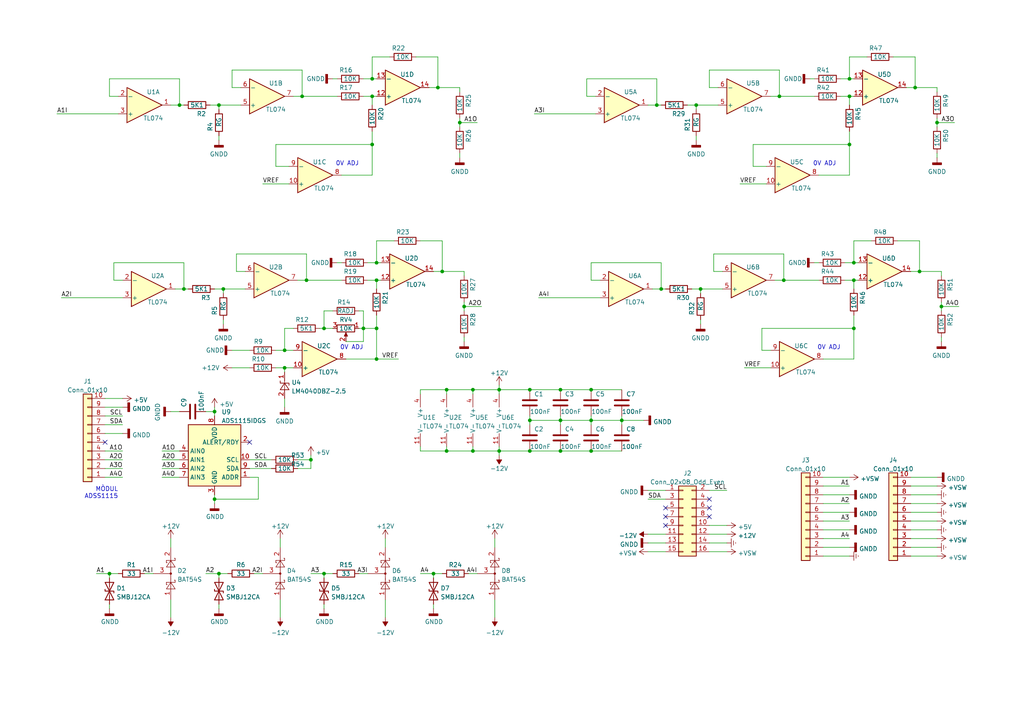
<source format=kicad_sch>
(kicad_sch (version 20211123) (generator eeschema)
  (paper "A4")
  (title_block (title "ain-4") (date "2023-04-06") (rev "1.1") (company "www.iotvertebrae.com") (comment 1 "Mechanical design: Xavier Pi") (comment 2 "Circuit & PCB design: Jordi Binefa"))
  (junction (at 271.78 35.56))
  (junction (at 162.56 121.92))
  (junction (at 129.54 130.81))
  (junction (at 82.55 101.6))
  (junction (at 87.63 27.94))
  (junction (at 93.98 166.37))
  (junction (at 107.95 27.94))
  (junction (at 127 25.4))
  (junction (at 153.67 121.92))
  (junction (at 53.34 83.82))
  (junction (at 134.62 88.9))
  (junction (at 162.56 130.81))
  (junction (at 171.45 113.03))
  (junction (at 125.73 166.37))
  (junction (at 52.07 30.48))
  (junction (at 109.22 81.28))
  (junction (at 64.77 83.82))
  (junction (at 162.56 113.03))
  (junction (at 227.33 81.28))
  (junction (at 246.38 22.86))
  (junction (at 62.23 119.38))
  (junction (at 137.16 130.81))
  (junction (at 105.41 95.25))
  (junction (at 226.06 27.94))
  (junction (at 31.75 166.37))
  (junction (at 265.43 25.4))
  (junction (at 246.38 27.94))
  (junction (at 273.05 88.9))
  (junction (at 109.22 76.2))
  (junction (at 107.95 41.91))
  (junction (at 129.54 113.03))
  (junction (at 153.67 130.81))
  (junction (at 62.23 144.78))
  (junction (at 109.22 95.25))
  (junction (at 128.27 78.74))
  (junction (at 133.35 35.56))
  (junction (at 191.77 83.82))
  (junction (at 180.34 121.92))
  (junction (at 109.22 104.14))
  (junction (at 107.95 22.86))
  (junction (at 190.5 30.48))
  (junction (at 171.45 130.81))
  (junction (at 201.93 30.48))
  (junction (at 137.16 113.03))
  (junction (at 90.17 133.35))
  (junction (at 88.9 81.28))
  (junction (at 203.2 83.82))
  (junction (at 144.78 113.03))
  (junction (at 63.5 30.48))
  (junction (at 82.55 106.68))
  (junction (at 266.7 78.74))
  (junction (at 247.65 76.2))
  (junction (at 171.45 121.92))
  (junction (at 247.65 95.25))
  (junction (at 153.67 113.03))
  (junction (at 63.5 166.37))
  (junction (at 144.78 130.81))
  (junction (at 93.98 95.25))
  (junction (at 247.65 81.28))
  (junction (at 246.38 41.91))
  (no_connect (at 205.74 144.78))
  (no_connect (at 205.74 147.32))
  (no_connect (at 193.04 147.32))
  (no_connect (at 193.04 149.86))
  (no_connect (at 193.04 152.4))
  (no_connect (at 205.74 149.86))
  (no_connect (at 72.39 128.27))
  (no_connect (at 30.48 128.27))
  (wire (pts (xy 106.68 81.28) (xy 109.22 81.28)))
  (wire (pts (xy 127 16.51) (xy 120.65 16.51)))
  (wire (pts (xy 271.78 25.4) (xy 271.78 26.67)))
  (wire (pts (xy 162.56 113.03) (xy 171.45 113.03)))
  (wire (pts (xy 35.56 81.28) (xy 33.02 81.28)))
  (wire (pts (xy 172.72 27.94) (xy 170.18 27.94)))
  (wire (pts (xy 238.76 151.13) (xy 246.38 151.13)))
  (wire (pts (xy 207.01 73.66) (xy 227.33 73.66)))
  (wire (pts (xy 62.23 118.11) (xy 62.23 119.38)))
  (wire (pts (xy 203.2 83.82) (xy 203.2 85.09)))
  (wire (pts (xy 162.56 120.65) (xy 162.56 121.92)))
  (wire (pts (xy 100.33 104.14) (xy 109.22 104.14)))
  (wire (pts (xy 107.95 27.94) (xy 109.22 27.94)))
  (wire (pts (xy 62.23 119.38) (xy 62.23 120.65)))
  (wire (pts (xy 82.55 115.57) (xy 82.55 118.11)))
  (wire (pts (xy 187.96 160.02) (xy 193.04 160.02)))
  (wire (pts (xy 143.51 173.99) (xy 143.51 179.07)))
  (wire (pts (xy 266.7 78.74) (xy 266.7 69.85)))
  (wire (pts (xy 93.98 166.37) (xy 93.98 167.64)))
  (wire (pts (xy 30.48 138.43) (xy 35.56 138.43)))
  (wire (pts (xy 238.76 153.67) (xy 246.38 153.67)))
  (wire (pts (xy 200.66 83.82) (xy 203.2 83.82)))
  (wire (pts (xy 31.75 27.94) (xy 31.75 22.86)))
  (wire (pts (xy 105.41 95.25) (xy 105.41 99.06)))
  (wire (pts (xy 63.5 30.48) (xy 69.85 30.48)))
  (wire (pts (xy 207.01 78.74) (xy 207.01 73.66)))
  (wire (pts (xy 238.76 146.05) (xy 246.38 146.05)))
  (wire (pts (xy 30.48 125.73) (xy 35.56 125.73)))
  (wire (pts (xy 264.16 156.21) (xy 271.78 156.21)))
  (wire (pts (xy 105.41 27.94) (xy 107.95 27.94)))
  (wire (pts (xy 205.74 154.94) (xy 210.82 154.94)))
  (wire (pts (xy 144.78 113.03) (xy 153.67 113.03)))
  (wire (pts (xy 265.43 25.4) (xy 271.78 25.4)))
  (wire (pts (xy 31.75 22.86) (xy 52.07 22.86)))
  (wire (pts (xy 109.22 81.28) (xy 109.22 83.82)))
  (wire (pts (xy 187.96 157.48) (xy 193.04 157.48)))
  (wire (pts (xy 153.67 121.92) (xy 162.56 121.92)))
  (wire (pts (xy 173.99 81.28) (xy 171.45 81.28)))
  (wire (pts (xy 271.78 35.56) (xy 271.78 36.83)))
  (wire (pts (xy 30.48 123.19) (xy 35.56 123.19)))
  (wire (pts (xy 52.07 30.48) (xy 49.53 30.48)))
  (wire (pts (xy 104.14 166.37) (xy 106.68 166.37)))
  (wire (pts (xy 74.93 144.78) (xy 62.23 144.78)))
  (wire (pts (xy 30.48 130.81) (xy 35.56 130.81)))
  (wire (pts (xy 109.22 104.14) (xy 109.22 95.25)))
  (wire (pts (xy 41.91 166.37) (xy 44.45 166.37)))
  (wire (pts (xy 49.53 119.38) (xy 52.07 119.38)))
  (wire (pts (xy 111.76 173.99) (xy 111.76 179.07)))
  (wire (pts (xy 30.48 133.35) (xy 35.56 133.35)))
  (wire (pts (xy 125.73 166.37) (xy 125.73 167.64)))
  (wire (pts (xy 105.41 90.17) (xy 105.41 95.25)))
  (wire (pts (xy 265.43 25.4) (xy 265.43 16.51)))
  (wire (pts (xy 82.55 106.68) (xy 82.55 107.95)))
  (wire (pts (xy 246.38 27.94) (xy 246.38 30.48)))
  (wire (pts (xy 187.96 142.24) (xy 193.04 142.24)))
  (wire (pts (xy 133.35 35.56) (xy 133.35 36.83)))
  (wire (pts (xy 247.65 91.44) (xy 247.65 95.25)))
  (wire (pts (xy 135.89 166.37) (xy 138.43 166.37)))
  (wire (pts (xy 266.7 78.74) (xy 273.05 78.74)))
  (wire (pts (xy 144.78 130.81) (xy 153.67 130.81)))
  (wire (pts (xy 72.39 133.35) (xy 78.74 133.35)))
  (wire (pts (xy 264.16 158.75) (xy 271.78 158.75)))
  (wire (pts (xy 205.74 157.48) (xy 210.82 157.48)))
  (wire (pts (xy 83.82 48.26) (xy 80.01 48.26)))
  (wire (pts (xy 144.78 111.76) (xy 144.78 113.03)))
  (wire (pts (xy 53.34 83.82) (xy 50.8 83.82)))
  (wire (pts (xy 72.39 135.89) (xy 78.74 135.89)))
  (wire (pts (xy 246.38 41.91) (xy 246.38 50.8)))
  (wire (pts (xy 125.73 78.74) (xy 128.27 78.74)))
  (wire (pts (xy 264.16 138.43) (xy 271.78 138.43)))
  (wire (pts (xy 82.55 101.6) (xy 82.55 95.25)))
  (wire (pts (xy 31.75 175.26) (xy 31.75 176.53)))
  (wire (pts (xy 156.21 86.36) (xy 173.99 86.36)))
  (wire (pts (xy 127 25.4) (xy 133.35 25.4)))
  (wire (pts (xy 107.95 22.86) (xy 109.22 22.86)))
  (wire (pts (xy 203.2 83.82) (xy 209.55 83.82)))
  (wire (pts (xy 137.16 130.81) (xy 137.16 129.54)))
  (wire (pts (xy 109.22 95.25) (xy 105.41 95.25)))
  (wire (pts (xy 105.41 22.86) (xy 107.95 22.86)))
  (wire (pts (xy 46.99 138.43) (xy 52.07 138.43)))
  (wire (pts (xy 109.22 76.2) (xy 109.22 69.85)))
  (wire (pts (xy 139.7 88.9) (xy 134.62 88.9)))
  (wire (pts (xy 137.16 113.03) (xy 129.54 113.03)))
  (wire (pts (xy 205.74 142.24) (xy 210.82 142.24)))
  (wire (pts (xy 264.16 146.05) (xy 271.78 146.05)))
  (wire (pts (xy 143.51 156.21) (xy 143.51 158.75)))
  (wire (pts (xy 74.93 138.43) (xy 74.93 144.78)))
  (wire (pts (xy 93.98 175.26) (xy 93.98 176.53)))
  (wire (pts (xy 205.74 160.02) (xy 210.82 160.02)))
  (wire (pts (xy 153.67 130.81) (xy 162.56 130.81)))
  (wire (pts (xy 208.28 25.4) (xy 205.74 25.4)))
  (wire (pts (xy 273.05 97.79) (xy 273.05 99.06)))
  (wire (pts (xy 107.95 22.86) (xy 107.95 16.51)))
  (wire (pts (xy 87.63 20.32) (xy 87.63 27.94)))
  (wire (pts (xy 199.39 30.48) (xy 201.93 30.48)))
  (wire (pts (xy 246.38 16.51) (xy 251.46 16.51)))
  (wire (pts (xy 144.78 113.03) (xy 137.16 113.03)))
  (wire (pts (xy 53.34 76.2) (xy 53.34 83.82)))
  (wire (pts (xy 264.16 153.67) (xy 271.78 153.67)))
  (wire (pts (xy 82.55 106.68) (xy 85.09 106.68)))
  (wire (pts (xy 153.67 120.65) (xy 153.67 121.92)))
  (wire (pts (xy 245.11 76.2) (xy 247.65 76.2)))
  (wire (pts (xy 124.46 25.4) (xy 127 25.4)))
  (wire (pts (xy 171.45 120.65) (xy 171.45 121.92)))
  (wire (pts (xy 62.23 143.51) (xy 62.23 144.78)))
  (wire (pts (xy 180.34 121.92) (xy 186.69 121.92)))
  (wire (pts (xy 33.02 76.2) (xy 53.34 76.2)))
  (wire (pts (xy 226.06 27.94) (xy 236.22 27.94)))
  (wire (pts (xy 226.06 27.94) (xy 223.52 27.94)))
  (wire (pts (xy 201.93 40.64) (xy 201.93 39.37)))
  (wire (pts (xy 238.76 143.51) (xy 246.38 143.51)))
  (wire (pts (xy 31.75 166.37) (xy 34.29 166.37)))
  (wire (pts (xy 243.84 27.94) (xy 246.38 27.94)))
  (wire (pts (xy 187.96 144.78) (xy 193.04 144.78)))
  (wire (pts (xy 69.85 25.4) (xy 67.31 25.4)))
  (wire (pts (xy 246.38 22.86) (xy 246.38 16.51)))
  (wire (pts (xy 265.43 16.51) (xy 259.08 16.51)))
  (wire (pts (xy 171.45 121.92) (xy 180.34 121.92)))
  (wire (pts (xy 109.22 76.2) (xy 110.49 76.2)))
  (wire (pts (xy 238.76 158.75) (xy 246.38 158.75)))
  (wire (pts (xy 245.11 81.28) (xy 247.65 81.28)))
  (wire (pts (xy 209.55 78.74) (xy 207.01 78.74)))
  (wire (pts (xy 238.76 138.43) (xy 246.38 138.43)))
  (wire (pts (xy 201.93 30.48) (xy 208.28 30.48)))
  (wire (pts (xy 154.94 33.02) (xy 172.72 33.02)))
  (wire (pts (xy 134.62 87.63) (xy 134.62 88.9)))
  (wire (pts (xy 162.56 121.92) (xy 162.56 123.19)))
  (wire (pts (xy 170.18 27.94) (xy 170.18 22.86)))
  (wire (pts (xy 264.16 151.13) (xy 271.78 151.13)))
  (wire (pts (xy 90.17 133.35) (xy 90.17 132.08)))
  (wire (pts (xy 129.54 130.81) (xy 137.16 130.81)))
  (wire (pts (xy 59.69 166.37) (xy 63.5 166.37)))
  (wire (pts (xy 205.74 25.4) (xy 205.74 20.32)))
  (wire (pts (xy 187.96 154.94) (xy 193.04 154.94)))
  (wire (pts (xy 273.05 88.9) (xy 273.05 90.17)))
  (wire (pts (xy 238.76 148.59) (xy 246.38 148.59)))
  (wire (pts (xy 264.16 161.29) (xy 271.78 161.29)))
  (wire (pts (xy 59.69 119.38) (xy 62.23 119.38)))
  (wire (pts (xy 144.78 129.54) (xy 144.78 130.81)))
  (wire (pts (xy 134.62 97.79) (xy 134.62 99.06)))
  (wire (pts (xy 264.16 148.59) (xy 271.78 148.59)))
  (wire (pts (xy 46.99 130.81) (xy 52.07 130.81)))
  (wire (pts (xy 271.78 34.29) (xy 271.78 35.56)))
  (wire (pts (xy 96.52 22.86) (xy 97.79 22.86)))
  (wire (pts (xy 90.17 135.89) (xy 90.17 133.35)))
  (wire (pts (xy 73.66 166.37) (xy 76.2 166.37)))
  (wire (pts (xy 247.65 69.85) (xy 252.73 69.85)))
  (wire (pts (xy 205.74 152.4) (xy 210.82 152.4)))
  (wire (pts (xy 72.39 138.43) (xy 74.93 138.43)))
  (wire (pts (xy 247.65 95.25) (xy 247.65 104.14)))
  (wire (pts (xy 222.25 48.26) (xy 218.44 48.26)))
  (wire (pts (xy 68.58 73.66) (xy 88.9 73.66)))
  (wire (pts (xy 109.22 69.85) (xy 114.3 69.85)))
  (wire (pts (xy 153.67 121.92) (xy 153.67 123.19)))
  (wire (pts (xy 264.16 140.97) (xy 271.78 140.97)))
  (wire (pts (xy 63.5 166.37) (xy 66.04 166.37)))
  (wire (pts (xy 76.2 53.34) (xy 83.82 53.34)))
  (wire (pts (xy 190.5 22.86) (xy 190.5 30.48)))
  (wire (pts (xy 273.05 78.74) (xy 273.05 80.01)))
  (wire (pts (xy 107.95 27.94) (xy 107.95 30.48)))
  (wire (pts (xy 246.38 27.94) (xy 247.65 27.94)))
  (wire (pts (xy 134.62 78.74) (xy 134.62 80.01)))
  (wire (pts (xy 16.51 33.02) (xy 34.29 33.02)))
  (wire (pts (xy 238.76 161.29) (xy 246.38 161.29)))
  (wire (pts (xy 162.56 130.81) (xy 171.45 130.81)))
  (wire (pts (xy 191.77 76.2) (xy 191.77 83.82)))
  (wire (pts (xy 81.28 156.21) (xy 81.28 158.75)))
  (wire (pts (xy 30.48 135.89) (xy 35.56 135.89)))
  (wire (pts (xy 104.14 90.17) (xy 105.41 90.17)))
  (wire (pts (xy 63.5 40.64) (xy 63.5 39.37)))
  (wire (pts (xy 100.33 99.06) (xy 105.41 99.06)))
  (wire (pts (xy 121.92 166.37) (xy 125.73 166.37)))
  (wire (pts (xy 191.77 83.82) (xy 193.04 83.82)))
  (wire (pts (xy 49.53 173.99) (xy 49.53 179.07)))
  (wire (pts (xy 90.17 166.37) (xy 93.98 166.37)))
  (wire (pts (xy 96.52 90.17) (xy 93.98 90.17)))
  (wire (pts (xy 243.84 22.86) (xy 246.38 22.86)))
  (wire (pts (xy 247.65 76.2) (xy 247.65 69.85)))
  (wire (pts (xy 99.06 50.8) (xy 107.95 50.8)))
  (wire (pts (xy 107.95 38.1) (xy 107.95 41.91)))
  (wire (pts (xy 128.27 78.74) (xy 128.27 69.85)))
  (wire (pts (xy 82.55 101.6) (xy 85.09 101.6)))
  (wire (pts (xy 64.77 83.82) (xy 71.12 83.82)))
  (wire (pts (xy 62.23 83.82) (xy 64.77 83.82)))
  (wire (pts (xy 144.78 113.03) (xy 144.78 114.3)))
  (wire (pts (xy 220.98 101.6) (xy 220.98 95.25)))
  (wire (pts (xy 49.53 156.21) (xy 49.53 158.75)))
  (wire (pts (xy 171.45 130.81) (xy 180.34 130.81)))
  (wire (pts (xy 133.35 25.4) (xy 133.35 26.67)))
  (wire (pts (xy 127 25.4) (xy 127 16.51)))
  (wire (pts (xy 271.78 44.45) (xy 271.78 45.72)))
  (wire (pts (xy 276.86 35.56) (xy 271.78 35.56)))
  (wire (pts (xy 144.78 130.81) (xy 137.16 130.81)))
  (wire (pts (xy 190.5 30.48) (xy 187.96 30.48)))
  (wire (pts (xy 53.34 83.82) (xy 54.61 83.82)))
  (wire (pts (xy 93.98 90.17) (xy 93.98 95.25)))
  (wire (pts (xy 214.63 53.34) (xy 222.25 53.34)))
  (wire (pts (xy 144.78 130.81) (xy 144.78 132.08)))
  (wire (pts (xy 86.36 133.35) (xy 90.17 133.35)))
  (wire (pts (xy 86.36 135.89) (xy 90.17 135.89)))
  (wire (pts (xy 203.2 93.98) (xy 203.2 92.71)))
  (wire (pts (xy 30.48 115.57) (xy 35.56 115.57)))
  (wire (pts (xy 34.29 27.94) (xy 31.75 27.94)))
  (wire (pts (xy 87.63 27.94) (xy 85.09 27.94)))
  (wire (pts (xy 218.44 41.91) (xy 246.38 41.91)))
  (wire (pts (xy 247.65 81.28) (xy 247.65 83.82)))
  (wire (pts (xy 137.16 113.03) (xy 137.16 114.3)))
  (wire (pts (xy 63.5 175.26) (xy 63.5 176.53)))
  (wire (pts (xy 171.45 121.92) (xy 171.45 123.19)))
  (wire (pts (xy 64.77 93.98) (xy 64.77 92.71)))
  (wire (pts (xy 205.74 20.32) (xy 226.06 20.32)))
  (wire (pts (xy 247.65 76.2) (xy 248.92 76.2)))
  (wire (pts (xy 191.77 83.82) (xy 189.23 83.82)))
  (wire (pts (xy 215.9 106.68) (xy 223.52 106.68)))
  (wire (pts (xy 201.93 30.48) (xy 201.93 31.75)))
  (wire (pts (xy 97.79 76.2) (xy 99.06 76.2)))
  (wire (pts (xy 153.67 113.03) (xy 162.56 113.03)))
  (wire (pts (xy 180.34 121.92) (xy 180.34 123.19)))
  (wire (pts (xy 60.96 30.48) (xy 63.5 30.48)))
  (wire (pts (xy 31.75 166.37) (xy 31.75 167.64)))
  (wire (pts (xy 67.31 101.6) (xy 72.39 101.6)))
  (wire (pts (xy 88.9 81.28) (xy 86.36 81.28)))
  (wire (pts (xy 133.35 44.45) (xy 133.35 45.72)))
  (wire (pts (xy 88.9 73.66) (xy 88.9 81.28)))
  (wire (pts (xy 227.33 81.28) (xy 237.49 81.28)))
  (wire (pts (xy 81.28 173.99) (xy 81.28 179.07)))
  (wire (pts (xy 262.89 25.4) (xy 265.43 25.4)))
  (wire (pts (xy 227.33 73.66) (xy 227.33 81.28)))
  (wire (pts (xy 105.41 95.25) (xy 104.14 95.25)))
  (wire (pts (xy 27.94 166.37) (xy 31.75 166.37)))
  (wire (pts (xy 226.06 20.32) (xy 226.06 27.94)))
  (wire (pts (xy 218.44 48.26) (xy 218.44 41.91)))
  (wire (pts (xy 220.98 95.25) (xy 247.65 95.25)))
  (wire (pts (xy 125.73 166.37) (xy 128.27 166.37)))
  (wire (pts (xy 236.22 76.2) (xy 237.49 76.2)))
  (wire (pts (xy 171.45 113.03) (xy 180.34 113.03)))
  (wire (pts (xy 88.9 81.28) (xy 99.06 81.28)))
  (wire (pts (xy 128.27 69.85) (xy 121.92 69.85)))
  (wire (pts (xy 246.38 22.86) (xy 247.65 22.86)))
  (wire (pts (xy 171.45 76.2) (xy 191.77 76.2)))
  (wire (pts (xy 138.43 35.56) (xy 133.35 35.56)))
  (wire (pts (xy 64.77 83.82) (xy 64.77 85.09)))
  (wire (pts (xy 227.33 81.28) (xy 224.79 81.28)))
  (wire (pts (xy 93.98 95.25) (xy 96.52 95.25)))
  (wire (pts (xy 237.49 50.8) (xy 246.38 50.8)))
  (wire (pts (xy 129.54 130.81) (xy 121.92 130.81)))
  (wire (pts (xy 30.48 118.11) (xy 35.56 118.11)))
  (wire (pts (xy 238.76 156.21) (xy 246.38 156.21)))
  (wire (pts (xy 190.5 30.48) (xy 191.77 30.48)))
  (wire (pts (xy 109.22 81.28) (xy 110.49 81.28)))
  (wire (pts (xy 87.63 27.94) (xy 97.79 27.94)))
  (wire (pts (xy 129.54 129.54) (xy 129.54 130.81)))
  (wire (pts (xy 71.12 78.74) (xy 68.58 78.74)))
  (wire (pts (xy 80.01 48.26) (xy 80.01 41.91)))
  (wire (pts (xy 170.18 22.86) (xy 190.5 22.86)))
  (wire (pts (xy 80.01 106.68) (xy 82.55 106.68)))
  (wire (pts (xy 67.31 20.32) (xy 87.63 20.32)))
  (wire (pts (xy 109.22 91.44) (xy 109.22 95.25)))
  (wire (pts (xy 234.95 22.86) (xy 236.22 22.86)))
  (wire (pts (xy 52.07 30.48) (xy 53.34 30.48)))
  (wire (pts (xy 264.16 143.51) (xy 271.78 143.51)))
  (wire (pts (xy 129.54 113.03) (xy 121.92 113.03)))
  (wire (pts (xy 62.23 144.78) (xy 62.23 146.05)))
  (wire (pts (xy 128.27 78.74) (xy 134.62 78.74)))
  (wire (pts (xy 247.65 81.28) (xy 248.92 81.28)))
  (wire (pts (xy 129.54 113.03) (xy 129.54 114.3)))
  (wire (pts (xy 67.31 106.68) (xy 72.39 106.68)))
  (wire (pts (xy 33.02 81.28) (xy 33.02 76.2)))
  (wire (pts (xy 30.48 120.65) (xy 35.56 120.65)))
  (wire (pts (xy 162.56 121.92) (xy 171.45 121.92)))
  (wire (pts (xy 80.01 41.91) (xy 107.95 41.91)))
  (wire (pts (xy 46.99 133.35) (xy 52.07 133.35)))
  (wire (pts (xy 180.34 120.65) (xy 180.34 121.92)))
  (wire (pts (xy 264.16 78.74) (xy 266.7 78.74)))
  (wire (pts (xy 46.99 135.89) (xy 52.07 135.89)))
  (wire (pts (xy 93.98 166.37) (xy 96.52 166.37)))
  (wire (pts (xy 63.5 30.48) (xy 63.5 31.75)))
  (wire (pts (xy 82.55 95.25) (xy 85.09 95.25)))
  (wire (pts (xy 52.07 22.86) (xy 52.07 30.48)))
  (wire (pts (xy 111.76 156.21) (xy 111.76 158.75)))
  (wire (pts (xy 238.76 140.97) (xy 246.38 140.97)))
  (wire (pts (xy 266.7 69.85) (xy 260.35 69.85)))
  (wire (pts (xy 109.22 104.14) (xy 115.57 104.14)))
  (wire (pts (xy 107.95 16.51) (xy 113.03 16.51)))
  (wire (pts (xy 107.95 41.91) (xy 107.95 50.8)))
  (wire (pts (xy 68.58 78.74) (xy 68.58 73.66)))
  (wire (pts (xy 121.92 113.03) (xy 121.92 114.3)))
  (wire (pts (xy 133.35 34.29) (xy 133.35 35.56)))
  (wire (pts (xy 171.45 81.28) (xy 171.45 76.2)))
  (wire (pts (xy 67.31 25.4) (xy 67.31 20.32)))
  (wire (pts (xy 80.01 101.6) (xy 82.55 101.6)))
  (wire (pts (xy 220.98 101.6) (xy 223.52 101.6)))
  (wire (pts (xy 17.78 86.36) (xy 35.56 86.36)))
  (wire (pts (xy 92.71 95.25) (xy 93.98 95.25)))
  (wire (pts (xy 246.38 38.1) (xy 246.38 41.91)))
  (wire (pts (xy 125.73 175.26) (xy 125.73 176.53)))
  (wire (pts (xy 121.92 130.81) (xy 121.92 129.54)))
  (wire (pts (xy 273.05 87.63) (xy 273.05 88.9)))
  (wire (pts (xy 63.5 166.37) (xy 63.5 167.64)))
  (wire (pts (xy 238.76 104.14) (xy 247.65 104.14)))
  (wire (pts (xy 278.13 88.9) (xy 273.05 88.9)))
  (wire (pts (xy 134.62 88.9) (xy 134.62 90.17)))
  (wire (pts (xy 106.68 76.2) (xy 109.22 76.2)))
  (text "0V ADJ" (at 243.84 101.6 180) (effects (font (size 1.27 1.27)) (justify right bottom)))
  (text "MÒDUL\nADSS1115" (at 34.29 144.78 180) (effects (font (size 1.27 1.27)) (justify right bottom)))
  (text "0V ADJ" (at 105.41 101.6 180) (effects (font (size 1.27 1.27)) (justify right bottom)))
  (text "0V ADJ" (at 104.14 48.26 180) (effects (font (size 1.27 1.27)) (justify right bottom)))
  (text "0V ADJ" (at 242.57 48.26 180) (effects (font (size 1.27 1.27)) (justify right bottom)))
  (label "A4O" (at 35.56 138.43 180))
  (label "A4O" (at 46.99 138.43 0))
  (label "A1" (at 246.38 140.97 180))
  (label "SDA" (at 77.47 135.89 180))
  (label "A4I" (at 156.21 86.36 0))
  (label "VREF" (at 115.57 104.14 180))
  (label "SCL" (at 77.47 133.35 180))
  (label "A2" (at 246.38 146.05 180))
  (label "A3I" (at 154.94 33.02 0))
  (label "A1I" (at 16.51 33.02 0))
  (label "A2" (at 59.69 166.37 0))
  (label "SCL" (at 35.56 120.65 180))
  (label "VREF" (at 214.63 53.34 0))
  (label "A2O" (at 139.7 88.9 180))
  (label "A1O" (at 35.56 130.81 180))
  (label "A3" (at 246.38 151.13 180))
  (label "A1I" (at 44.45 166.37 180))
  (label "A4I" (at 138.43 166.37 180))
  (label "A2O" (at 46.99 133.35 0))
  (label "A3O" (at 35.56 135.89 180))
  (label "A3O" (at 46.99 135.89 0))
  (label "VREF" (at 215.9 106.68 0))
  (label "A3" (at 90.17 166.37 0))
  (label "A3I" (at 106.68 166.37 180))
  (label "A4O" (at 278.13 88.9 180))
  (label "A1" (at 27.94 166.37 0))
  (label "A3O" (at 276.86 35.56 180))
  (label "SDA" (at 187.96 144.78 0))
  (label "A2I" (at 76.2 166.37 180))
  (label "A4" (at 246.38 156.21 180))
  (label "A1O" (at 46.99 130.81 0))
  (label "A2I" (at 17.78 86.36 0))
  (label "SDA" (at 35.56 123.19 180))
  (label "A1O" (at 138.43 35.56 180))
  (label "A2O" (at 35.56 133.35 180))
  (label "A4" (at 121.92 166.37 0))
  (label "SCL" (at 210.82 142.24 180))
  (label "VREF" (at 76.2 53.34 0))
  (symbol (lib_id "Device:R") (at 82.55 135.89 90) (unit 1)
    (property "Reference" "R54" (at 86.36 134.62 90))
    (property "Value" "10K" (at 82.55 135.89 90))
    (property "Footprint" "Resistor_SMD:R_0805_2012Metric_Pad1.20x1.40mm_HandSolder" (effects hide))
  )
  (symbol (lib_id "Device:R") (at 102.87 76.2 90) (unit 1)
    (property "Reference" "R18" (at 101.6 73.66 90))
    (property "Value" "10K" (at 102.87 76.2 90))
    (property "Footprint" "Resistor_SMD:R_0805_2012Metric_Pad1.20x1.40mm_HandSolder" (effects hide))
  )
  (symbol (lib_id "power:+5V") (at 90.17 132.08 0) (unit 1)
    (property "Reference" "#PWR066" (effects hide))
    (property "Value" "+5V" (at 91.567 131.2438 0) (effects (justify left)))
  )
  (symbol (lib_id "Device:R") (at 76.2 101.6 90) (unit 1)
    (property "Reference" "R9" (at 74.93 99.06 90))
    (property "Value" "10K" (at 76.2 101.6 90))
    (property "Footprint" "Resistor_SMD:R_0805_2012Metric_Pad1.20x1.40mm_HandSolder" (effects hide))
  )
  (symbol (lib_id "power:+VSW") (at 271.78 146.05 270) (unit 1)
    (property "Reference" "#PWR055" (effects hide))
    (property "Value" "+VSW" (at 274.955 146.4838 90) (effects (justify left)))
  )
  (symbol (lib_id "Device:R_Potentiometer") (at 100.33 95.25 270) (unit 1)
    (property "Reference" "RV4" (at 100.33 92.71 90))
    (property "Value" "10K" (at 100.33 95.25 90))
    (property "Footprint" "Potentiometer_THT:Potentiometer_Bourns_3296W_Vertical" (effects hide))
  )
  (symbol (lib_id "Device:R") (at 118.11 69.85 90) (unit 1)
    (property "Reference" "R23" (at 116.84 67.31 90))
    (property "Value" "10K" (at 118.11 69.85 90))
    (property "Footprint" "Resistor_SMD:R_0805_2012Metric_Pad1.20x1.40mm_HandSolder" (effects hide))
  )
  (symbol (lib_id "power:GNDD") (at 96.52 22.86 270) (unit 1)
    (property "Reference" "#PWR016" (effects hide))
    (property "Value" "GNDD" (at 88.9 22.86 90) (effects (justify left)))
  )
  (symbol (lib_id "Amplifier_Operational:TL074") (at 43.18 83.82 0) (mirror x) (unit 1)
    (property "Reference" "U2" (at 45.72 80.01 0))
    (property "Value" "TL074" (at 45.72 87.63 0))
    (property "Footprint" "Package_SO:SOIC-14_3.9x8.7mm_P1.27mm" (effects hide))
    (property "Datasheet" "http://www.ti.com/lit/ds/symlink/tl071.pdf" (effects hide))
  )
  (symbol (lib_id "Device:R") (at 63.5 35.56 0) (unit 1)
    (property "Reference" "R4" (at 60.96 38.1 90) (effects (justify left)))
    (property "Value" "RG" (at 63.5 36.83 90) (effects (justify left)))
    (property "Footprint" "Resistor_SMD:R_0805_2012Metric_Pad1.20x1.40mm_HandSolder" (effects hide))
  )
  (symbol (lib_id "power:+VSW") (at 271.78 140.97 270) (unit 1)
    (property "Reference" "#PWR053" (effects hide))
    (property "Value" "+VSW" (at 274.955 141.4038 90) (effects (justify left)))
  )
  (symbol (lib_id "Device:D_TVS") (at 125.73 171.45 90) (unit 1)
    (property "Reference" "D7" (at 127.762 170.6153 90) (effects (justify right)))
    (property "Value" "SMBJ12CA" (at 127.762 173.1522 90) (effects (justify right)))
    (property "Footprint" "Diode_SMD:D_SMB_Handsoldering" (effects hide))
  )
  (symbol (lib_id "power:Earth") (at 246.38 161.29 90) (unit 1)
    (property "Reference" "#PWR050" (effects hide))
    (property "Value" "Earth" (effects hide))
  )
  (symbol (lib_id "Device:R") (at 116.84 16.51 90) (unit 1)
    (property "Reference" "R22" (at 115.57 13.97 90))
    (property "Value" "10K" (at 116.84 16.51 90))
    (property "Footprint" "Resistor_SMD:R_0805_2012Metric_Pad1.20x1.40mm_HandSolder" (effects hide))
  )
  (symbol (lib_id "Device:R") (at 196.85 83.82 270) (unit 1)
    (property "Reference" "R30" (at 198.12 86.36 90))
    (property "Value" "5K1" (at 196.85 83.82 90))
    (property "Footprint" "Resistor_SMD:R_0805_2012Metric_Pad1.20x1.40mm_HandSolder" (effects hide))
  )
  (symbol (lib_id "Device:R") (at 133.35 30.48 0) (unit 1)
    (property "Reference" "R25" (at 135.89 29.21 90))
    (property "Value" "10K" (at 133.35 30.48 90))
    (property "Footprint" "Resistor_SMD:R_0805_2012Metric_Pad1.20x1.40mm_HandSolder" (effects hide))
  )
  (symbol (lib_id "Amplifier_Operational:TL074") (at 41.91 30.48 0) (mirror x) (unit 1)
    (property "Reference" "U1" (at 44.45 26.67 0))
    (property "Value" "TL074" (at 44.45 34.29 0))
    (property "Footprint" "Package_SO:SOIC-14_3.9x8.7mm_P1.27mm" (effects hide))
    (property "Datasheet" "http://www.ti.com/lit/ds/symlink/tl071.pdf" (effects hide))
  )
  (symbol (lib_id "power:GNDD") (at 273.05 99.06 0) (unit 1)
    (property "Reference" "#PWR062" (effects hide))
    (property "Value" "GNDD" (at 273.05 103.1224 0))
  )
  (symbol (lib_id "Device:D_TVS") (at 31.75 171.45 90) (unit 1)
    (property "Reference" "D1" (at 33.782 170.6153 90) (effects (justify right)))
    (property "Value" "SMBJ12CA" (at 33.782 173.1522 90) (effects (justify right)))
    (property "Footprint" "Diode_SMD:D_SMB_Handsoldering" (effects hide))
  )
  (symbol (lib_id "power:GNDD") (at 203.2 93.98 0) (unit 1)
    (property "Reference" "#PWR039" (effects hide))
    (property "Value" "GNDD" (at 203.2 98.0424 0))
  )
  (symbol (lib_id "Diode:BAT54S") (at 143.51 166.37 270) (mirror x) (unit 1)
    (property "Reference" "D8" (at 145.415 165.5353 90) (effects (justify left)))
    (property "Value" "BAT54S" (at 145.415 168.0722 90) (effects (justify left)))
    (property "Footprint" "Package_TO_SOT_SMD:SOT-23" (effects hide))
    (property "Datasheet" "https://www.diodes.com/assets/Datasheets/ds11005.pdf" (effects hide))
  )
  (symbol (lib_id "Diode:BAT54S") (at 49.53 166.37 270) (mirror x) (unit 1)
    (property "Reference" "D2" (at 51.435 165.5353 90) (effects (justify left)))
    (property "Value" "BAT54S" (at 51.435 168.0722 90) (effects (justify left)))
    (property "Footprint" "Package_TO_SOT_SMD:SOT-23" (effects hide))
    (property "Datasheet" "https://www.diodes.com/assets/Datasheets/ds11005.pdf" (effects hide))
  )
  (symbol (lib_id "Device:R") (at 195.58 30.48 270) (unit 1)
    (property "Reference" "R29" (at 196.85 33.02 90))
    (property "Value" "5K1" (at 195.58 30.48 90))
    (property "Footprint" "Resistor_SMD:R_0805_2012Metric_Pad1.20x1.40mm_HandSolder" (effects hide))
  )
  (symbol (lib_id "Device:R") (at 271.78 30.48 0) (unit 1)
    (property "Reference" "R49" (at 274.32 29.21 90))
    (property "Value" "10K" (at 271.78 30.48 90))
    (property "Footprint" "Resistor_SMD:R_0805_2012Metric_Pad1.20x1.40mm_HandSolder" (effects hide))
  )
  (symbol (lib_id "Amplifier_Operational:TL074") (at 255.27 25.4 0) (mirror x) (unit 4)
    (property "Reference" "U5" (at 256.54 21.59 0))
    (property "Value" "TL074" (at 257.81 29.21 0))
    (property "Footprint" "Package_SO:SOIC-14_3.9x8.7mm_P1.27mm" (effects hide))
    (property "Datasheet" "http://www.ti.com/lit/ds/symlink/tl071.pdf" (effects hide))
  )
  (symbol (lib_id "Device:R") (at 64.77 88.9 0) (unit 1)
    (property "Reference" "R5" (at 62.23 91.44 90) (effects (justify left)))
    (property "Value" "RG" (at 64.77 90.17 90) (effects (justify left)))
    (property "Footprint" "Resistor_SMD:R_0805_2012Metric_Pad1.20x1.40mm_HandSolder" (effects hide))
  )
  (symbol (lib_id "Amplifier_Operational:TL074") (at 215.9 27.94 0) (mirror x) (unit 2)
    (property "Reference" "U5" (at 218.44 24.13 0))
    (property "Value" "TL074" (at 218.44 31.75 0))
    (property "Footprint" "Package_SO:SOIC-14_3.9x8.7mm_P1.27mm" (effects hide))
    (property "Datasheet" "http://www.ti.com/lit/ds/symlink/tl071.pdf" (effects hide))
  )
  (symbol (lib_id "Device:R") (at 241.3 81.28 90) (unit 1)
    (property "Reference" "R44" (at 240.03 78.74 90))
    (property "Value" "10K" (at 241.3 81.28 90))
    (property "Footprint" "Resistor_SMD:R_0805_2012Metric_Pad1.20x1.40mm_HandSolder" (effects hide))
  )
  (symbol (lib_id "power:+VSW") (at 187.96 160.02 90) (unit 1)
    (property "Reference" "#PWR023" (effects hide))
    (property "Value" "+VSW" (at 184.7851 160.4538 90) (effects (justify left)))
  )
  (symbol (lib_id "Device:C") (at 162.56 127 0) (unit 1)
    (property "Reference" "C4" (at 163.83 124.46 0) (effects (justify left)))
    (property "Value" "100nF" (at 162.56 129.54 0) (effects (justify left)))
    (property "Footprint" "Capacitor_SMD:C_0805_2012Metric_Pad1.18x1.45mm_HandSolder" (effects hide))
  )
  (symbol (lib_id "Device:C") (at 153.67 127 0) (unit 1)
    (property "Reference" "C2" (at 154.94 124.46 0) (effects (justify left)))
    (property "Value" "100nF" (at 153.67 129.54 0) (effects (justify left)))
    (property "Footprint" "Capacitor_SMD:C_0805_2012Metric_Pad1.18x1.45mm_HandSolder" (effects hide))
  )
  (symbol (lib_id "Connector_Generic:Conn_02x08_Odd_Even") (at 198.12 149.86 0) (unit 1)
    (property "Reference" "J2" (at 199.39 137.2702 0))
    (property "Value" "Conn_02x08_Odd_Even" (at 199.39 139.8071 0))
    (property "Footprint" "Connector_PinHeader_2.54mm:PinHeader_2x08_P2.54mm_Vertical" (effects hide))
  )
  (symbol (lib_id "power:GNDD") (at 246.38 148.59 90) (unit 1)
    (property "Reference" "#PWR047" (effects hide))
    (property "Value" "GNDD" (at 249.174 149.0238 90) (effects (justify right)))
  )
  (symbol (lib_id "power:-12V") (at 143.51 179.07 180) (unit 1)
    (property "Reference" "#PWR027" (effects hide))
    (property "Value" "-12V" (at 143.51 183.5134 0))
  )
  (symbol (lib_id "Device:R") (at 133.35 40.64 0) (unit 1)
    (property "Reference" "R26" (at 135.89 39.37 90))
    (property "Value" "10K" (at 133.35 40.64 90))
    (property "Footprint" "Resistor_SMD:R_0805_2012Metric_Pad1.20x1.40mm_HandSolder" (effects hide))
  )
  (symbol (lib_id "power:GNDD") (at 246.38 153.67 90) (unit 1)
    (property "Reference" "#PWR048" (effects hide))
    (property "Value" "GNDD" (at 249.174 154.1038 90) (effects (justify right)))
  )
  (symbol (lib_id "Device:R") (at 134.62 83.82 0) (unit 1)
    (property "Reference" "R27" (at 137.16 82.55 90))
    (property "Value" "10K" (at 134.62 83.82 90))
    (property "Footprint" "Resistor_SMD:R_0805_2012Metric_Pad1.20x1.40mm_HandSolder" (effects hide))
  )
  (symbol (lib_id "Device:R") (at 102.87 81.28 90) (unit 1)
    (property "Reference" "R19" (at 101.6 78.74 90))
    (property "Value" "10K" (at 102.87 81.28 90))
    (property "Footprint" "Resistor_SMD:R_0805_2012Metric_Pad1.20x1.40mm_HandSolder" (effects hide))
  )
  (symbol (lib_id "power:+5V") (at 62.23 118.11 0) (unit 1)
    (property "Reference" "#PWR064" (effects hide))
    (property "Value" "+5V" (at 63.627 117.2738 0) (effects (justify left)))
  )
  (symbol (lib_id "Amplifier_Operational:TL074") (at 180.34 30.48 0) (mirror x) (unit 1)
    (property "Reference" "U5" (at 182.88 26.67 0))
    (property "Value" "TL074" (at 182.88 34.29 0))
    (property "Footprint" "Package_SO:SOIC-14_3.9x8.7mm_P1.27mm" (effects hide))
    (property "Datasheet" "http://www.ti.com/lit/ds/symlink/tl071.pdf" (effects hide))
  )
  (symbol (lib_id "Device:C") (at 162.56 116.84 0) (unit 1)
    (property "Reference" "C3" (at 163.83 114.3 0) (effects (justify left)))
    (property "Value" "100nF" (at 162.56 119.38 0) (effects (justify left)))
    (property "Footprint" "Capacitor_SMD:C_0805_2012Metric_Pad1.18x1.45mm_HandSolder" (effects hide))
  )
  (symbol (lib_id "power:Earth") (at 271.78 158.75 90) (unit 1)
    (property "Reference" "#PWR060" (effects hide))
    (property "Value" "Earth" (effects hide))
  )
  (symbol (lib_id "power:GNDD") (at 62.23 146.05 0) (unit 1)
    (property "Reference" "#PWR065" (effects hide))
    (property "Value" "GNDD" (at 59.69 149.86 0) (effects (justify left)))
  )
  (symbol (lib_id "Device:R") (at 132.08 166.37 90) (unit 1)
    (property "Reference" "R24" (at 132.08 163.83 90))
    (property "Value" "33" (at 132.08 166.37 90))
    (property "Footprint" "Resistor_SMD:R_0805_2012Metric_Pad1.20x1.40mm_HandSolder" (effects hide))
  )
  (symbol (lib_id "Amplifier_Operational:TL074") (at 124.46 121.92 0) (unit 5)
    (property "Reference" "U1" (at 122.555 121.0853 0) (effects (justify left)))
    (property "Value" "TL074" (at 122.555 123.6222 0) (effects (justify left)))
    (property "Footprint" "Package_SO:SOIC-14_3.9x8.7mm_P1.27mm" (effects hide))
    (property "Datasheet" "http://www.ti.com/lit/ds/symlink/tl071.pdf" (effects hide))
  )
  (symbol (lib_id "Device:R") (at 107.95 34.29 0) (unit 1)
    (property "Reference" "R20" (at 110.49 33.02 90))
    (property "Value" "10K" (at 107.95 34.29 90))
    (property "Footprint" "Resistor_SMD:R_0805_2012Metric_Pad1.20x1.40mm_HandSolder" (effects hide))
  )
  (symbol (lib_id "Device:R") (at 101.6 22.86 90) (unit 1)
    (property "Reference" "R16" (at 100.33 20.32 90))
    (property "Value" "10K" (at 101.6 22.86 90))
    (property "Footprint" "Resistor_SMD:R_0805_2012Metric_Pad1.20x1.40mm_HandSolder" (effects hide))
  )
  (symbol (lib_id "Device:D_TVS") (at 63.5 171.45 90) (unit 1)
    (property "Reference" "D3" (at 65.532 170.6153 90) (effects (justify right)))
    (property "Value" "SMBJ12CA" (at 65.532 173.1522 90) (effects (justify right)))
    (property "Footprint" "Diode_SMD:D_SMB_Handsoldering" (effects hide))
  )
  (symbol (lib_id "Device:R") (at 69.85 166.37 90) (unit 1)
    (property "Reference" "R6" (at 69.85 163.83 90))
    (property "Value" "33" (at 69.85 166.37 90))
    (property "Footprint" "Resistor_SMD:R_0805_2012Metric_Pad1.20x1.40mm_HandSolder" (effects hide))
  )
  (symbol (lib_id "Device:R") (at 271.78 40.64 0) (unit 1)
    (property "Reference" "R50" (at 274.32 39.37 90))
    (property "Value" "10K" (at 271.78 40.64 90))
    (property "Footprint" "Resistor_SMD:R_0805_2012Metric_Pad1.20x1.40mm_HandSolder" (effects hide))
  )
  (symbol (lib_id "power:-12V") (at 187.96 154.94 90) (unit 1)
    (property "Reference" "#PWR021" (effects hide))
    (property "Value" "-12V" (at 184.785 155.3738 90) (effects (justify left)))
  )
  (symbol (lib_id "power:+VSW") (at 210.82 160.02 270) (unit 1)
    (property "Reference" "#PWR031" (effects hide))
    (property "Value" "+VSW" (at 213.995 160.4538 90) (effects (justify left)))
  )
  (symbol (lib_id "power:GNDD") (at 234.95 22.86 270) (unit 1)
    (property "Reference" "#PWR043" (effects hide))
    (property "Value" "GNDD" (at 227.33 22.86 90) (effects (justify left)))
  )
  (symbol (lib_id "power:GNDD") (at 236.22 76.2 270) (unit 1)
    (property "Reference" "#PWR044" (effects hide))
    (property "Value" "GNDD" (at 228.6 76.2 90) (effects (justify left)))
  )
  (symbol (lib_id "power:GNDD") (at 201.93 40.64 0) (unit 1)
    (property "Reference" "#PWR036" (effects hide))
    (property "Value" "GNDD" (at 201.93 44.7024 0))
  )
  (symbol (lib_id "Device:C") (at 171.45 127 0) (unit 1)
    (property "Reference" "C6" (at 172.72 124.46 0) (effects (justify left)))
    (property "Value" "100nF" (at 171.45 129.54 0) (effects (justify left)))
    (property "Footprint" "Capacitor_SMD:C_0805_2012Metric_Pad1.18x1.45mm_HandSolder" (effects hide))
  )
  (symbol (lib_id "power:GNDD") (at 246.38 158.75 90) (unit 1)
    (property "Reference" "#PWR049" (effects hide))
    (property "Value" "GNDD" (at 249.174 159.1838 90) (effects (justify right)))
  )
  (symbol (lib_id "Reference_Voltage:LM4040DBZ-2.5") (at 82.55 111.76 90) (unit 1)
    (property "Reference" "U4" (at 84.5566 110.9253 90) (effects (justify right)))
    (property "Value" "LM4040DBZ-2.5" (at 84.5566 113.4622 90) (effects (justify right)))
    (property "Footprint" "Package_TO_SOT_SMD:SOT-23" (effects hide))
    (property "Datasheet" "http://www.ti.com/lit/ds/symlink/lm4040-n.pdf" (effects hide))
  )
  (symbol (lib_id "Device:R") (at 201.93 35.56 0) (unit 1)
    (property "Reference" "R31" (at 199.39 38.1 90) (effects (justify left)))
    (property "Value" "RG" (at 201.93 36.83 90) (effects (justify left)))
    (property "Footprint" "Resistor_SMD:R_0805_2012Metric_Pad1.20x1.40mm_HandSolder" (effects hide))
  )
  (symbol (lib_id "power:+12V") (at 67.31 106.68 90) (unit 1)
    (property "Reference" "#PWR010" (effects hide))
    (property "Value" "+12V" (at 58.42 106.68 90) (effects (justify right)))
  )
  (symbol (lib_id "Device:R") (at 57.15 30.48 270) (unit 1)
    (property "Reference" "R2" (at 58.42 33.02 90))
    (property "Value" "5K1" (at 57.15 30.48 90))
    (property "Footprint" "Resistor_SMD:R_0805_2012Metric_Pad1.20x1.40mm_HandSolder" (effects hide))
  )
  (symbol (lib_id "power:+12V") (at 49.53 156.21 0) (unit 1)
    (property "Reference" "#PWR04" (effects hide))
    (property "Value" "+12V" (at 49.53 152.6342 0))
  )
  (symbol (lib_id "Device:C") (at 55.88 119.38 90) (unit 1)
    (property "Reference" "C9" (at 53.34 118.11 0) (effects (justify left)))
    (property "Value" "100nF" (at 58.42 119.38 0) (effects (justify left)))
    (property "Footprint" "Capacitor_SMD:C_0805_2012Metric_Pad1.18x1.45mm_HandSolder" (effects hide))
  )
  (symbol (lib_id "power:GNDD") (at 187.96 157.48 270) (unit 1)
    (property "Reference" "#PWR022" (effects hide))
    (property "Value" "GNDD" (at 185.1661 157.9138 90) (effects (justify right)))
  )
  (symbol (lib_id "Amplifier_Operational:TL074") (at 231.14 104.14 0) (mirror x) (unit 3)
    (property "Reference" "U6" (at 232.41 100.33 0))
    (property "Value" "TL074" (at 233.68 107.95 0))
    (property "Footprint" "Package_SO:SOIC-14_3.9x8.7mm_P1.27mm" (effects hide))
    (property "Datasheet" "http://www.ti.com/lit/ds/symlink/tl071.pdf" (effects hide))
  )
  (symbol (lib_id "Device:R") (at 134.62 93.98 0) (unit 1)
    (property "Reference" "R28" (at 137.16 92.71 90))
    (property "Value" "10K" (at 134.62 93.98 90))
    (property "Footprint" "Resistor_SMD:R_0805_2012Metric_Pad1.20x1.40mm_HandSolder" (effects hide))
  )
  (symbol (lib_id "Amplifier_Operational:TL074") (at 132.08 121.92 0) (unit 5)
    (property "Reference" "U2" (at 130.175 121.0853 0) (effects (justify left)))
    (property "Value" "TL074" (at 130.175 123.6222 0) (effects (justify left)))
    (property "Footprint" "Package_SO:SOIC-14_3.9x8.7mm_P1.27mm" (effects hide))
    (property "Datasheet" "http://www.ti.com/lit/ds/symlink/tl071.pdf" (effects hide))
  )
  (symbol (lib_id "power:+12V") (at 143.51 156.21 0) (unit 1)
    (property "Reference" "#PWR026" (effects hide))
    (property "Value" "+12V" (at 143.51 152.6342 0))
  )
  (symbol (lib_id "Amplifier_Operational:TL074") (at 78.74 81.28 0) (mirror x) (unit 2)
    (property "Reference" "U2" (at 80.01 77.47 0))
    (property "Value" "TL074" (at 81.28 85.09 0))
    (property "Footprint" "Package_SO:SOIC-14_3.9x8.7mm_P1.27mm" (effects hide))
    (property "Datasheet" "http://www.ti.com/lit/ds/symlink/tl071.pdf" (effects hide))
  )
  (symbol (lib_id "Amplifier_Operational:TL074") (at 92.71 104.14 0) (mirror x) (unit 3)
    (property "Reference" "U2" (at 93.98 100.33 0))
    (property "Value" "TL074" (at 95.25 107.95 0))
    (property "Footprint" "Package_SO:SOIC-14_3.9x8.7mm_P1.27mm" (effects hide))
    (property "Datasheet" "http://www.ti.com/lit/ds/symlink/tl071.pdf" (effects hide))
  )
  (symbol (lib_id "power:GNDD") (at 186.69 121.92 90) (unit 1)
    (property "Reference" "#PWR040" (effects hide))
    (property "Value" "GNDD" (at 189.484 122.3538 90) (effects (justify right)))
  )
  (symbol (lib_id "power:Earth") (at 210.82 157.48 90) (unit 1)
    (property "Reference" "#PWR030" (effects hide))
    (property "Value" "Earth" (effects hide))
  )
  (symbol (lib_id "power:GNDD") (at 67.31 101.6 270) (unit 1)
    (property "Reference" "#PWR09" (effects hide))
    (property "Value" "GNDD" (at 59.69 101.6 90) (effects (justify left)))
  )
  (symbol (lib_id "Amplifier_Operational:TL074") (at 139.7 121.92 0) (unit 5)
    (property "Reference" "U5" (at 137.795 121.0853 0) (effects (justify left)))
    (property "Value" "TL074" (at 137.795 123.6222 0) (effects (justify left)))
    (property "Footprint" "Package_SO:SOIC-14_3.9x8.7mm_P1.27mm" (effects hide))
    (property "Datasheet" "http://www.ti.com/lit/ds/symlink/tl071.pdf" (effects hide))
  )
  (symbol (lib_id "power:GNDD") (at 64.77 93.98 0) (unit 1)
    (property "Reference" "#PWR011" (effects hide))
    (property "Value" "GNDD" (at 64.77 98.0424 0))
  )
  (symbol (lib_id "Device:R") (at 38.1 166.37 90) (unit 1)
    (property "Reference" "R1" (at 38.1 163.83 90))
    (property "Value" "33" (at 38.1 166.37 90))
    (property "Footprint" "Resistor_SMD:R_0805_2012Metric_Pad1.20x1.40mm_HandSolder" (effects hide))
  )
  (symbol (lib_id "Device:C") (at 180.34 127 0) (unit 1)
    (property "Reference" "C8" (at 181.61 124.46 0) (effects (justify left)))
    (property "Value" "100nF" (at 180.34 129.54 0) (effects (justify left)))
    (property "Footprint" "Capacitor_SMD:C_0805_2012Metric_Pad1.18x1.45mm_HandSolder" (effects hide))
  )
  (symbol (lib_id "Device:R") (at 240.03 27.94 90) (unit 1)
    (property "Reference" "R42" (at 238.76 25.4 90))
    (property "Value" "10K" (at 240.03 27.94 90))
    (property "Footprint" "Resistor_SMD:R_0805_2012Metric_Pad1.20x1.40mm_HandSolder" (effects hide))
  )
  (symbol (lib_id "power:GNDD") (at 134.62 99.06 0) (unit 1)
    (property "Reference" "#PWR025" (effects hide))
    (property "Value" "GNDD" (at 134.62 103.1224 0))
  )
  (symbol (lib_id "power:Earth") (at 271.78 143.51 90) (unit 1)
    (property "Reference" "#PWR054" (effects hide))
    (property "Value" "Earth" (effects hide))
  )
  (symbol (lib_id "power:+VSW") (at 271.78 151.13 270) (unit 1)
    (property "Reference" "#PWR057" (effects hide))
    (property "Value" "+VSW" (at 274.955 151.5638 90) (effects (justify left)))
  )
  (symbol (lib_id "Device:R") (at 273.05 93.98 0) (unit 1)
    (property "Reference" "R52" (at 275.59 92.71 90))
    (property "Value" "10K" (at 273.05 93.98 90))
    (property "Footprint" "Resistor_SMD:R_0805_2012Metric_Pad1.20x1.40mm_HandSolder" (effects hide))
  )
  (symbol (lib_id "Amplifier_Operational:TL074") (at 229.87 50.8 0) (mirror x) (unit 3)
    (property "Reference" "U5" (at 231.14 46.99 0))
    (property "Value" "TL074" (at 232.41 54.61 0))
    (property "Footprint" "Package_SO:SOIC-14_3.9x8.7mm_P1.27mm" (effects hide))
    (property "Datasheet" "http://www.ti.com/lit/ds/symlink/tl071.pdf" (effects hide))
  )
  (symbol (lib_id "power:-12V") (at 111.76 179.07 180) (unit 1)
    (property "Reference" "#PWR019" (effects hide))
    (property "Value" "-12V" (at 111.76 183.5134 0))
  )
  (symbol (lib_id "Amplifier_Operational:TL074") (at 147.32 121.92 0) (unit 5)
    (property "Reference" "U6" (at 145.415 121.0853 0) (effects (justify left)))
    (property "Value" "TL074" (at 145.415 123.6222 0) (effects (justify left)))
    (property "Footprint" "Package_SO:SOIC-14_3.9x8.7mm_P1.27mm" (effects hide))
    (property "Datasheet" "http://www.ti.com/lit/ds/symlink/tl071.pdf" (effects hide))
  )
  (symbol (lib_id "Device:R") (at 100.33 166.37 90) (unit 1)
    (property "Reference" "R15" (at 100.33 163.83 90))
    (property "Value" "33" (at 100.33 166.37 90))
    (property "Footprint" "Resistor_SMD:R_0805_2012Metric_Pad1.20x1.40mm_HandSolder" (effects hide))
  )
  (symbol (lib_id "Device:R") (at 241.3 76.2 90) (unit 1)
    (property "Reference" "R43" (at 240.03 73.66 90))
    (property "Value" "10K" (at 241.3 76.2 90))
    (property "Footprint" "Resistor_SMD:R_0805_2012Metric_Pad1.20x1.40mm_HandSolder" (effects hide))
  )
  (symbol (lib_id "power:GNDD") (at 246.38 143.51 90) (unit 1)
    (property "Reference" "#PWR046" (effects hide))
    (property "Value" "GNDD" (at 249.174 143.9438 90) (effects (justify right)))
  )
  (symbol (lib_id "Device:C") (at 153.67 116.84 0) (unit 1)
    (property "Reference" "C1" (at 154.94 114.3 0) (effects (justify left)))
    (property "Value" "100nF" (at 153.67 119.38 0) (effects (justify left)))
    (property "Footprint" "Capacitor_SMD:C_0805_2012Metric_Pad1.18x1.45mm_HandSolder" (effects hide))
  )
  (symbol (lib_id "Device:R") (at 58.42 83.82 270) (unit 1)
    (property "Reference" "R3" (at 59.69 86.36 90))
    (property "Value" "5K1" (at 58.42 83.82 90))
    (property "Footprint" "Resistor_SMD:R_0805_2012Metric_Pad1.20x1.40mm_HandSolder" (effects hide))
  )
  (symbol (lib_id "power:GNDD") (at 82.55 118.11 0) (unit 1)
    (property "Reference" "#PWR015" (effects hide))
    (property "Value" "GNDD" (at 82.55 122.1724 0))
  )
  (symbol (lib_id "power:GNDD") (at 97.79 76.2 270) (unit 1)
    (property "Reference" "#PWR017" (effects hide))
    (property "Value" "GNDD" (at 90.17 76.2 90) (effects (justify left)))
  )
  (symbol (lib_id "power:-12V") (at 144.78 132.08 180) (unit 1)
    (property "Reference" "#PWR033" (effects hide))
    (property "Value" "-12V" (at 144.78 135.89 0))
  )
  (symbol (lib_id "power:+12V") (at 144.78 111.76 0) (unit 1)
    (property "Reference" "#PWR032" (effects hide))
    (property "Value" "+12V" (at 144.78 108.1842 0))
  )
  (symbol (lib_id "Device:R") (at 240.03 22.86 90) (unit 1)
    (property "Reference" "R41" (at 238.76 20.32 90))
    (property "Value" "10K" (at 240.03 22.86 90))
    (property "Footprint" "Resistor_SMD:R_0805_2012Metric_Pad1.20x1.40mm_HandSolder" (effects hide))
  )
  (symbol (lib_id "power:+12V") (at 111.76 156.21 0) (unit 1)
    (property "Reference" "#PWR018" (effects hide))
    (property "Value" "+12V" (at 111.76 152.6342 0))
  )
  (symbol (lib_id "Device:R") (at 100.33 90.17 270) (unit 1)
    (property "Reference" "R14" (at 97.79 87.63 90) (effects (justify left)))
    (property "Value" "RADJ" (at 97.79 90.17 90) (effects (justify left)))
    (property "Footprint" "Resistor_SMD:R_0805_2012Metric_Pad1.20x1.40mm_HandSolder" (effects hide))
  )
  (symbol (lib_id "Device:R") (at 273.05 83.82 0) (unit 1)
    (property "Reference" "R51" (at 275.59 82.55 90))
    (property "Value" "10K" (at 273.05 83.82 90))
    (property "Footprint" "Resistor_SMD:R_0805_2012Metric_Pad1.20x1.40mm_HandSolder" (effects hide))
  )
  (symbol (lib_id "power:-12V") (at 81.28 179.07 180) (unit 1)
    (property "Reference" "#PWR014" (effects hide))
    (property "Value" "-12V" (at 81.28 183.5134 0))
  )
  (symbol (lib_id "Connector_Generic:Conn_01x10") (at 25.4 128.27 180) (unit 1)
    (property "Reference" "J1" (at 25.4 110.6002 0))
    (property "Value" "Conn_01x10" (at 25.4 113.1371 0))
    (property "Footprint" "Connector_PinSocket_2.54mm:PinSocket_1x10_P2.54mm_Vertical" (effects hide))
  )
  (symbol (lib_id "Device:R") (at 247.65 87.63 0) (unit 1)
    (property "Reference" "R46" (at 250.19 86.36 90))
    (property "Value" "10K" (at 247.65 87.63 90))
    (property "Footprint" "Resistor_SMD:R_0805_2012Metric_Pad1.20x1.40mm_HandSolder" (effects hide))
  )
  (symbol (lib_id "power:Earth") (at 271.78 153.67 90) (unit 1)
    (property "Reference" "#PWR058" (effects hide))
    (property "Value" "Earth" (effects hide))
  )
  (symbol (lib_id "Device:R") (at 76.2 106.68 90) (unit 1)
    (property "Reference" "R10" (at 74.93 104.14 90))
    (property "Value" "10K" (at 76.2 106.68 90))
    (property "Footprint" "Resistor_SMD:R_0805_2012Metric_Pad1.20x1.40mm_HandSolder" (effects hide))
  )
  (symbol (lib_id "Diode:BAT54S") (at 81.28 166.37 270) (mirror x) (unit 1)
    (property "Reference" "D4" (at 83.185 165.5353 90) (effects (justify left)))
    (property "Value" "BAT54S" (at 83.185 168.0722 90) (effects (justify left)))
    (property "Footprint" "Package_TO_SOT_SMD:SOT-23" (effects hide))
    (property "Datasheet" "https://www.diodes.com/assets/Datasheets/ds11005.pdf" (effects hide))
  )
  (symbol (lib_id "Amplifier_Operational:TL074") (at 217.17 81.28 0) (mirror x) (unit 2)
    (property "Reference" "U6" (at 218.44 77.47 0))
    (property "Value" "TL074" (at 219.71 85.09 0))
    (property "Footprint" "Package_SO:SOIC-14_3.9x8.7mm_P1.27mm" (effects hide))
    (property "Datasheet" "http://www.ti.com/lit/ds/symlink/tl071.pdf" (effects hide))
  )
  (symbol (lib_id "Device:R") (at 101.6 27.94 90) (unit 1)
    (property "Reference" "R17" (at 100.33 25.4 90))
    (property "Value" "10K" (at 101.6 27.94 90))
    (property "Footprint" "Resistor_SMD:R_0805_2012Metric_Pad1.20x1.40mm_HandSolder" (effects hide))
  )
  (symbol (lib_id "Amplifier_Operational:TL074") (at 256.54 78.74 0) (mirror x) (unit 4)
    (property "Reference" "U6" (at 257.81 74.93 0))
    (property "Value" "TL074" (at 259.08 82.55 0))
    (property "Footprint" "Package_SO:SOIC-14_3.9x8.7mm_P1.27mm" (effects hide))
    (property "Datasheet" "http://www.ti.com/lit/ds/symlink/tl071.pdf" (effects hide))
  )
  (symbol (lib_id "Amplifier_Operational:TL074") (at 118.11 78.74 0) (mirror x) (unit 4)
    (property "Reference" "U2" (at 119.38 74.93 0))
    (property "Value" "TL074" (at 120.65 82.55 0))
    (property "Footprint" "Package_SO:SOIC-14_3.9x8.7mm_P1.27mm" (effects hide))
    (property "Datasheet" "http://www.ti.com/lit/ds/symlink/tl071.pdf" (effects hide))
  )
  (symbol (lib_id "Amplifier_Operational:TL074") (at 181.61 83.82 0) (mirror x) (unit 1)
    (property "Reference" "U6" (at 184.15 80.01 0))
    (property "Value" "TL074" (at 184.15 87.63 0))
    (property "Footprint" "Package_SO:SOIC-14_3.9x8.7mm_P1.27mm" (effects hide))
    (property "Datasheet" "http://www.ti.com/lit/ds/symlink/tl071.pdf" (effects hide))
  )
  (symbol (lib_id "Device:R") (at 246.38 34.29 0) (unit 1)
    (property "Reference" "R45" (at 248.92 33.02 90))
    (property "Value" "10K" (at 246.38 34.29 90))
    (property "Footprint" "Resistor_SMD:R_0805_2012Metric_Pad1.20x1.40mm_HandSolder" (effects hide))
  )
  (symbol (lib_id "power:GNDD") (at 271.78 138.43 90) (unit 1)
    (property "Reference" "#PWR061" (effects hide))
    (property "Value" "GNDD" (at 274.574 138.8638 90) (effects (justify right)))
  )
  (symbol (lib_id "power:GNDD") (at 31.75 176.53 0) (unit 1)
    (property "Reference" "#PWR?" (effects hide))
    (property "Value" "GNDD" (at 29.21 180.34 0) (effects (justify left)))
  )
  (symbol (lib_id "Diode:BAT54S") (at 111.76 166.37 270) (mirror x) (unit 1)
    (property "Reference" "D6" (at 113.665 165.5353 90) (effects (justify left)))
    (property "Value" "BAT54S" (at 113.665 168.0722 90) (effects (justify left)))
    (property "Footprint" "Package_TO_SOT_SMD:SOT-23" (effects hide))
    (property "Datasheet" "https://www.diodes.com/assets/Datasheets/ds11005.pdf" (effects hide))
  )
  (symbol (lib_id "Device:R") (at 82.55 133.35 90) (unit 1)
    (property "Reference" "R53" (at 86.36 132.08 90))
    (property "Value" "10K" (at 82.55 133.35 90))
    (property "Footprint" "Resistor_SMD:R_0805_2012Metric_Pad1.20x1.40mm_HandSolder" (effects hide))
  )
  (symbol (lib_id "Device:R") (at 203.2 88.9 0) (unit 1)
    (property "Reference" "R32" (at 200.66 91.44 90) (effects (justify left)))
    (property "Value" "RG" (at 203.2 90.17 90) (effects (justify left)))
    (property "Footprint" "Resistor_SMD:R_0805_2012Metric_Pad1.20x1.40mm_HandSolder" (effects hide))
  )
  (symbol (lib_id "power:+12V") (at 81.28 156.21 0) (unit 1)
    (property "Reference" "#PWR013" (effects hide))
    (property "Value" "+12V" (at 81.28 152.6342 0))
  )
  (symbol (lib_id "power:Earth") (at 271.78 148.59 90) (unit 1)
    (property "Reference" "#PWR056" (effects hide))
    (property "Value" "Earth" (effects hide))
  )
  (symbol (lib_id "Device:D_TVS") (at 93.98 171.45 90) (unit 1)
    (property "Reference" "D5" (at 96.012 170.6153 90) (effects (justify right)))
    (property "Value" "SMBJ12CA" (at 96.012 173.1522 90) (effects (justify right)))
    (property "Footprint" "Diode_SMD:D_SMB_Handsoldering" (effects hide))
  )
  (symbol (lib_id "power:+5V") (at 35.56 115.57 270) (unit 1)
    (property "Reference" "#PWR01" (effects hide))
    (property "Value" "+5V" (at 38.735 116.0038 90) (effects (justify left)))
  )
  (symbol (lib_id "power:GNDD") (at 133.35 45.72 0) (unit 1)
    (property "Reference" "#PWR024" (effects hide))
    (property "Value" "GNDD" (at 133.35 49.7824 0))
  )
  (symbol (lib_id "Amplifier_Operational:TL074") (at 116.84 25.4 0) (mirror x) (unit 4)
    (property "Reference" "U1" (at 118.11 21.59 0))
    (property "Value" "TL074" (at 119.38 29.21 0))
    (property "Footprint" "Package_SO:SOIC-14_3.9x8.7mm_P1.27mm" (effects hide))
    (property "Datasheet" "http://www.ti.com/lit/ds/symlink/tl071.pdf" (effects hide))
  )
  (symbol (lib_id "power:+12V") (at 210.82 154.94 270) (unit 1)
    (property "Reference" "#PWR029" (effects hide))
    (property "Value" "+12V" (at 213.995 155.3738 90) (effects (justify left)))
  )
  (symbol (lib_id "Device:R") (at 256.54 69.85 90) (unit 1)
    (property "Reference" "R48" (at 255.27 67.31 90))
    (property "Value" "10K" (at 256.54 69.85 90))
    (property "Footprint" "Resistor_SMD:R_0805_2012Metric_Pad1.20x1.40mm_HandSolder" (effects hide))
  )
  (symbol (lib_id "Amplifier_Operational:TL074") (at 91.44 50.8 0) (mirror x) (unit 3)
    (property "Reference" "U1" (at 92.71 46.99 0))
    (property "Value" "TL074" (at 93.98 54.61 0))
    (property "Footprint" "Package_SO:SOIC-14_3.9x8.7mm_P1.27mm" (effects hide))
    (property "Datasheet" "http://www.ti.com/lit/ds/symlink/tl071.pdf" (effects hide))
  )
  (symbol (lib_id "power:GNDD") (at 187.96 142.24 270) (unit 1)
    (property "Reference" "#PWR020" (effects hide))
    (property "Value" "GNDD" (at 185.1661 142.6738 90) (effects (justify right)))
  )
  (symbol (lib_id "Device:R") (at 109.22 87.63 0) (unit 1)
    (property "Reference" "R21" (at 111.76 86.36 90))
    (property "Value" "10K" (at 109.22 87.63 90))
    (property "Footprint" "Resistor_SMD:R_0805_2012Metric_Pad1.20x1.40mm_HandSolder" (effects hide))
  )
  (symbol (lib_id "Connector_Generic:Conn_01x10") (at 259.08 151.13 180) (unit 1)
    (property "Reference" "J4" (at 259.08 133.4602 0))
    (property "Value" "Conn_01x10" (at 259.08 135.9971 0))
    (property "Footprint" "Connector_Phoenix_MSTB:PhoenixContact_MSTBVA_2,5_10-G-5,08_1x10_P5.08mm_Vertical" (effects hide))
  )
  (symbol (lib_id "power:GNDD") (at 35.56 125.73 90) (unit 1)
    (property "Reference" "#PWR03" (effects hide))
    (property "Value" "GNDD" (at 38.354 126.1638 90) (effects (justify right)))
  )
  (symbol (lib_id "power:GNDD") (at 35.56 118.11 90) (unit 1)
    (property "Reference" "#PWR02" (effects hide))
    (property "Value" "GNDD" (at 38.354 118.5438 90) (effects (justify right)))
  )
  (symbol (lib_id "power:+5V") (at 210.82 152.4 270) (unit 1)
    (property "Reference" "#PWR028" (effects hide))
    (property "Value" "+5V" (at 213.995 152.8338 90) (effects (justify left)))
  )
  (symbol (lib_id "power:GNDD") (at 63.5 176.53 0) (unit 1)
    (property "Reference" "#PWR?" (effects hide))
    (property "Value" "GNDD" (at 60.96 180.34 0) (effects (justify left)))
  )
  (symbol (lib_id "Device:R") (at 88.9 95.25 90) (unit 1)
    (property "Reference" "R12" (at 87.63 92.71 90))
    (property "Value" "5K1" (at 88.9 95.25 90))
    (property "Footprint" "Resistor_SMD:R_0805_2012Metric_Pad1.20x1.40mm_HandSolder" (effects hide))
  )
  (symbol (lib_id "power:GNDD") (at 63.5 40.64 0) (unit 1)
    (property "Reference" "#PWR08" (effects hide))
    (property "Value" "GNDD" (at 63.5 44.7024 0))
  )
  (symbol (lib_id "power:GNDD") (at 93.98 176.53 0) (unit 1)
    (property "Reference" "#PWR?" (effects hide))
    (property "Value" "GNDD" (at 91.44 180.34 0) (effects (justify left)))
  )
  (symbol (lib_id "Amplifier_Operational:TL074") (at 77.47 27.94 0) (mirror x) (unit 2)
    (property "Reference" "U1" (at 80.01 24.13 0))
    (property "Value" "TL074" (at 80.01 31.75 0))
    (property "Footprint" "Package_SO:SOIC-14_3.9x8.7mm_P1.27mm" (effects hide))
    (property "Datasheet" "http://www.ti.com/lit/ds/symlink/tl071.pdf" (effects hide))
  )
  (symbol (lib_id "power:-12V") (at 49.53 179.07 180) (unit 1)
    (property "Reference" "#PWR05" (effects hide))
    (property "Value" "-12V" (at 49.53 183.5134 0))
  )
  (symbol (lib_id "Device:R") (at 255.27 16.51 90) (unit 1)
    (property "Reference" "R47" (at 254 13.97 90))
    (property "Value" "10K" (at 255.27 16.51 90))
    (property "Footprint" "Resistor_SMD:R_0805_2012Metric_Pad1.20x1.40mm_HandSolder" (effects hide))
  )
  (symbol (lib_id "power:+VSW") (at 246.38 138.43 270) (unit 1)
    (property "Reference" "#PWR045" (effects hide))
    (property "Value" "+VSW" (at 249.555 138.8638 90) (effects (justify left)))
  )
  (symbol (lib_id "Analog_ADC:ADS1115IDGS") (at 62.23 133.35 0) (unit 1)
    (property "Reference" "U9" (at 64.2494 119.4902 0) (effects (justify left)))
    (property "Value" "ADS1115IDGS" (at 64.2494 122.0271 0) (effects (justify left)))
    (property "Footprint" "Package_SO:TSSOP-10_3x3mm_P0.5mm" (effects hide))
    (property "Datasheet" "http://www.ti.com/lit/ds/symlink/ads1113.pdf" (effects hide))
  )
  (symbol (lib_id "power:GNDD") (at 271.78 45.72 0) (unit 1)
    (property "Reference" "#PWR051" (effects hide))
    (property "Value" "GNDD" (at 271.78 49.7824 0))
  )
  (symbol (lib_id "Device:C") (at 171.45 116.84 0) (unit 1)
    (property "Reference" "C5" (at 172.72 114.3 0) (effects (justify left)))
    (property "Value" "100nF" (at 171.45 119.38 0) (effects (justify left)))
    (property "Footprint" "Capacitor_SMD:C_0805_2012Metric_Pad1.18x1.45mm_HandSolder" (effects hide))
  )
  (symbol (lib_id "power:+VSW") (at 271.78 156.21 270) (unit 1)
    (property "Reference" "#PWR059" (effects hide))
    (property "Value" "+VSW" (at 274.955 156.6438 90) (effects (justify left)))
  )
  (symbol (lib_id "Connector_Generic:Conn_01x10") (at 233.68 151.13 180) (unit 1)
    (property "Reference" "J3" (at 233.68 133.4602 0))
    (property "Value" "Conn_01x10" (at 233.68 135.9971 0))
    (property "Footprint" "Connector_Phoenix_MSTB:PhoenixContact_MSTBA_2,5_10-G_1x10_P5.00mm_Horizontal" (effects hide))
  )
  (symbol (lib_id "power:GNDD") (at 49.53 119.38 270) (unit 1)
    (property "Reference" "#PWR063" (effects hide))
    (property "Value" "GNDD" (at 45.72 116.84 0) (effects (justify left)))
  )
  (symbol (lib_id "power:GNDD") (at 125.73 176.53 0) (unit 1)
    (property "Reference" "#PWR?" (effects hide))
    (property "Value" "GNDD" (at 123.19 180.34 0) (effects (justify left)))
  )
  (symbol (lib_id "power:+VSW") (at 271.78 161.29 270) (unit 1)
    (property "Reference" "#PWR052" (effects hide))
    (property "Value" "+VSW" (at 274.955 161.7238 90) (effects (justify left)))
  )
  (symbol (lib_id "Device:C") (at 180.34 116.84 0) (unit 1)
    (property "Reference" "C7" (at 181.61 114.3 0) (effects (justify left)))
    (property "Value" "100nF" (at 180.34 119.38 0) (effects (justify left)))
    (property "Footprint" "Capacitor_SMD:C_0805_2012Metric_Pad1.18x1.45mm_HandSolder" (effects hide))
  )
)
</source>
